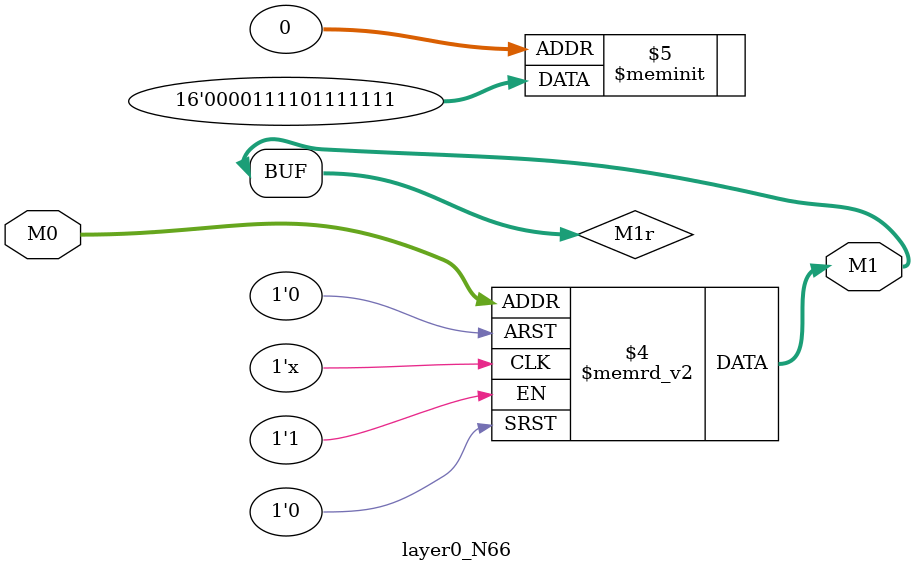
<source format=v>
module layer0_N66 ( input [2:0] M0, output [1:0] M1 );

	(*rom_style = "distributed" *) reg [1:0] M1r;
	assign M1 = M1r;
	always @ (M0) begin
		case (M0)
			3'b000: M1r = 2'b11;
			3'b100: M1r = 2'b11;
			3'b010: M1r = 2'b11;
			3'b110: M1r = 2'b00;
			3'b001: M1r = 2'b11;
			3'b101: M1r = 2'b11;
			3'b011: M1r = 2'b01;
			3'b111: M1r = 2'b00;

		endcase
	end
endmodule

</source>
